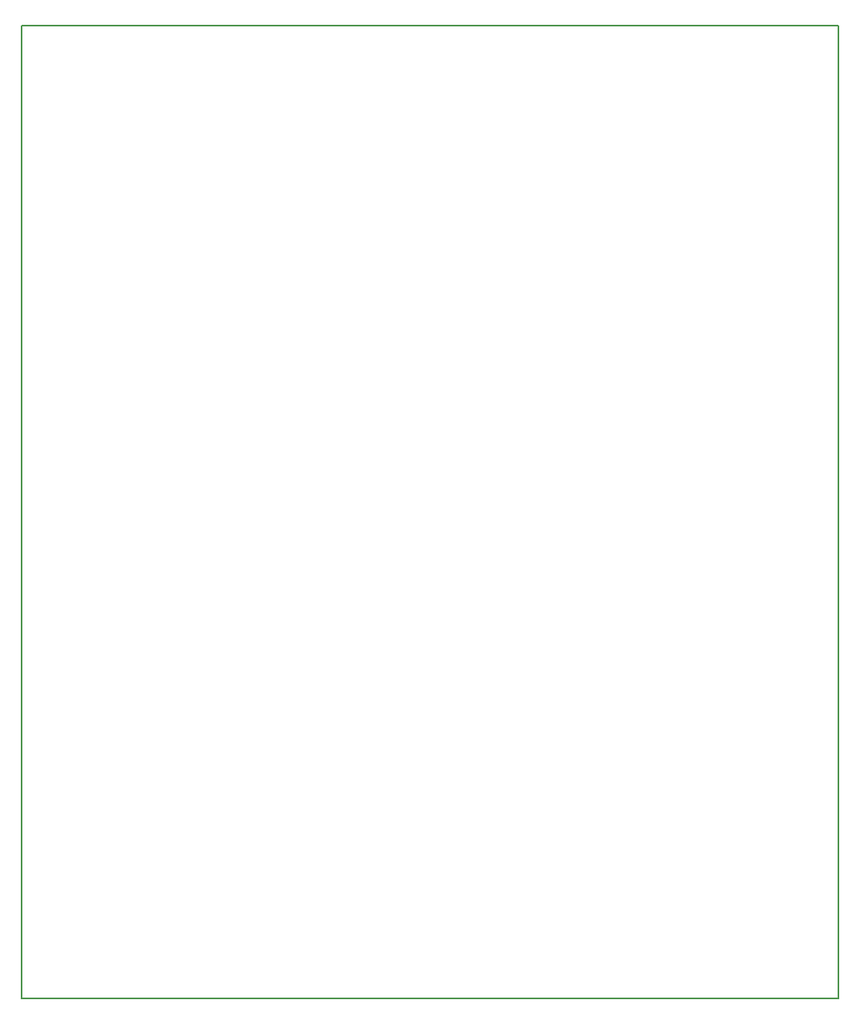
<source format=gbr>
G04 #@! TF.GenerationSoftware,KiCad,Pcbnew,(5.1.5)-3*
G04 #@! TF.CreationDate,2020-06-10T11:45:35+02:00*
G04 #@! TF.ProjectId,atmevse,61746d65-7673-4652-9e6b-696361645f70,rev?*
G04 #@! TF.SameCoordinates,Original*
G04 #@! TF.FileFunction,Profile,NP*
%FSLAX46Y46*%
G04 Gerber Fmt 4.6, Leading zero omitted, Abs format (unit mm)*
G04 Created by KiCad (PCBNEW (5.1.5)-3) date 2020-06-10 11:45:35*
%MOMM*%
%LPD*%
G04 APERTURE LIST*
%ADD10C,0.200000*%
G04 APERTURE END LIST*
D10*
X106172000Y-146688000D02*
X192672000Y-146688000D01*
X106172000Y-43688000D02*
X106172000Y-146688000D01*
X192672000Y-43688000D02*
X192672000Y-146688000D01*
X106172000Y-43688000D02*
X192672000Y-43688000D01*
M02*

</source>
